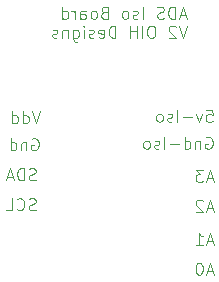
<source format=gbr>
%TF.GenerationSoftware,KiCad,Pcbnew,9.0.3*%
%TF.CreationDate,2026-01-02T19:57:45-06:00*%
%TF.ProjectId,IsolatedADSandVoltmeterPCB,49736f6c-6174-4656-9441-4453616e6456,rev?*%
%TF.SameCoordinates,Original*%
%TF.FileFunction,Legend,Bot*%
%TF.FilePolarity,Positive*%
%FSLAX46Y46*%
G04 Gerber Fmt 4.6, Leading zero omitted, Abs format (unit mm)*
G04 Created by KiCad (PCBNEW 9.0.3) date 2026-01-02 19:57:45*
%MOMM*%
%LPD*%
G01*
G04 APERTURE LIST*
%ADD10C,0.100000*%
G04 APERTURE END LIST*
D10*
X130807734Y-57482800D02*
X130664877Y-57530419D01*
X130664877Y-57530419D02*
X130426782Y-57530419D01*
X130426782Y-57530419D02*
X130331544Y-57482800D01*
X130331544Y-57482800D02*
X130283925Y-57435180D01*
X130283925Y-57435180D02*
X130236306Y-57339942D01*
X130236306Y-57339942D02*
X130236306Y-57244704D01*
X130236306Y-57244704D02*
X130283925Y-57149466D01*
X130283925Y-57149466D02*
X130331544Y-57101847D01*
X130331544Y-57101847D02*
X130426782Y-57054228D01*
X130426782Y-57054228D02*
X130617258Y-57006609D01*
X130617258Y-57006609D02*
X130712496Y-56958990D01*
X130712496Y-56958990D02*
X130760115Y-56911371D01*
X130760115Y-56911371D02*
X130807734Y-56816133D01*
X130807734Y-56816133D02*
X130807734Y-56720895D01*
X130807734Y-56720895D02*
X130760115Y-56625657D01*
X130760115Y-56625657D02*
X130712496Y-56578038D01*
X130712496Y-56578038D02*
X130617258Y-56530419D01*
X130617258Y-56530419D02*
X130379163Y-56530419D01*
X130379163Y-56530419D02*
X130236306Y-56578038D01*
X129807734Y-57530419D02*
X129807734Y-56530419D01*
X129807734Y-56530419D02*
X129569639Y-56530419D01*
X129569639Y-56530419D02*
X129426782Y-56578038D01*
X129426782Y-56578038D02*
X129331544Y-56673276D01*
X129331544Y-56673276D02*
X129283925Y-56768514D01*
X129283925Y-56768514D02*
X129236306Y-56958990D01*
X129236306Y-56958990D02*
X129236306Y-57101847D01*
X129236306Y-57101847D02*
X129283925Y-57292323D01*
X129283925Y-57292323D02*
X129331544Y-57387561D01*
X129331544Y-57387561D02*
X129426782Y-57482800D01*
X129426782Y-57482800D02*
X129569639Y-57530419D01*
X129569639Y-57530419D02*
X129807734Y-57530419D01*
X128855353Y-57244704D02*
X128379163Y-57244704D01*
X128950591Y-57530419D02*
X128617258Y-56530419D01*
X128617258Y-56530419D02*
X128283925Y-57530419D01*
X145793734Y-62705704D02*
X145317544Y-62705704D01*
X145888972Y-62991419D02*
X145555639Y-61991419D01*
X145555639Y-61991419D02*
X145222306Y-62991419D01*
X144365163Y-62991419D02*
X144936591Y-62991419D01*
X144650877Y-62991419D02*
X144650877Y-61991419D01*
X144650877Y-61991419D02*
X144746115Y-62134276D01*
X144746115Y-62134276D02*
X144841353Y-62229514D01*
X144841353Y-62229514D02*
X144936591Y-62277133D01*
X145793734Y-57371704D02*
X145317544Y-57371704D01*
X145888972Y-57657419D02*
X145555639Y-56657419D01*
X145555639Y-56657419D02*
X145222306Y-57657419D01*
X144984210Y-56657419D02*
X144365163Y-56657419D01*
X144365163Y-56657419D02*
X144698496Y-57038371D01*
X144698496Y-57038371D02*
X144555639Y-57038371D01*
X144555639Y-57038371D02*
X144460401Y-57085990D01*
X144460401Y-57085990D02*
X144412782Y-57133609D01*
X144412782Y-57133609D02*
X144365163Y-57228847D01*
X144365163Y-57228847D02*
X144365163Y-57466942D01*
X144365163Y-57466942D02*
X144412782Y-57562180D01*
X144412782Y-57562180D02*
X144460401Y-57609800D01*
X144460401Y-57609800D02*
X144555639Y-57657419D01*
X144555639Y-57657419D02*
X144841353Y-57657419D01*
X144841353Y-57657419D02*
X144936591Y-57609800D01*
X144936591Y-57609800D02*
X144984210Y-57562180D01*
X143507734Y-43569760D02*
X143031544Y-43569760D01*
X143602972Y-43855475D02*
X143269639Y-42855475D01*
X143269639Y-42855475D02*
X142936306Y-43855475D01*
X142602972Y-43855475D02*
X142602972Y-42855475D01*
X142602972Y-42855475D02*
X142364877Y-42855475D01*
X142364877Y-42855475D02*
X142222020Y-42903094D01*
X142222020Y-42903094D02*
X142126782Y-42998332D01*
X142126782Y-42998332D02*
X142079163Y-43093570D01*
X142079163Y-43093570D02*
X142031544Y-43284046D01*
X142031544Y-43284046D02*
X142031544Y-43426903D01*
X142031544Y-43426903D02*
X142079163Y-43617379D01*
X142079163Y-43617379D02*
X142126782Y-43712617D01*
X142126782Y-43712617D02*
X142222020Y-43807856D01*
X142222020Y-43807856D02*
X142364877Y-43855475D01*
X142364877Y-43855475D02*
X142602972Y-43855475D01*
X141650591Y-43807856D02*
X141507734Y-43855475D01*
X141507734Y-43855475D02*
X141269639Y-43855475D01*
X141269639Y-43855475D02*
X141174401Y-43807856D01*
X141174401Y-43807856D02*
X141126782Y-43760236D01*
X141126782Y-43760236D02*
X141079163Y-43664998D01*
X141079163Y-43664998D02*
X141079163Y-43569760D01*
X141079163Y-43569760D02*
X141126782Y-43474522D01*
X141126782Y-43474522D02*
X141174401Y-43426903D01*
X141174401Y-43426903D02*
X141269639Y-43379284D01*
X141269639Y-43379284D02*
X141460115Y-43331665D01*
X141460115Y-43331665D02*
X141555353Y-43284046D01*
X141555353Y-43284046D02*
X141602972Y-43236427D01*
X141602972Y-43236427D02*
X141650591Y-43141189D01*
X141650591Y-43141189D02*
X141650591Y-43045951D01*
X141650591Y-43045951D02*
X141602972Y-42950713D01*
X141602972Y-42950713D02*
X141555353Y-42903094D01*
X141555353Y-42903094D02*
X141460115Y-42855475D01*
X141460115Y-42855475D02*
X141222020Y-42855475D01*
X141222020Y-42855475D02*
X141079163Y-42903094D01*
X139888686Y-43855475D02*
X139888686Y-42855475D01*
X139460115Y-43807856D02*
X139364877Y-43855475D01*
X139364877Y-43855475D02*
X139174401Y-43855475D01*
X139174401Y-43855475D02*
X139079163Y-43807856D01*
X139079163Y-43807856D02*
X139031544Y-43712617D01*
X139031544Y-43712617D02*
X139031544Y-43664998D01*
X139031544Y-43664998D02*
X139079163Y-43569760D01*
X139079163Y-43569760D02*
X139174401Y-43522141D01*
X139174401Y-43522141D02*
X139317258Y-43522141D01*
X139317258Y-43522141D02*
X139412496Y-43474522D01*
X139412496Y-43474522D02*
X139460115Y-43379284D01*
X139460115Y-43379284D02*
X139460115Y-43331665D01*
X139460115Y-43331665D02*
X139412496Y-43236427D01*
X139412496Y-43236427D02*
X139317258Y-43188808D01*
X139317258Y-43188808D02*
X139174401Y-43188808D01*
X139174401Y-43188808D02*
X139079163Y-43236427D01*
X138460115Y-43855475D02*
X138555353Y-43807856D01*
X138555353Y-43807856D02*
X138602972Y-43760236D01*
X138602972Y-43760236D02*
X138650591Y-43664998D01*
X138650591Y-43664998D02*
X138650591Y-43379284D01*
X138650591Y-43379284D02*
X138602972Y-43284046D01*
X138602972Y-43284046D02*
X138555353Y-43236427D01*
X138555353Y-43236427D02*
X138460115Y-43188808D01*
X138460115Y-43188808D02*
X138317258Y-43188808D01*
X138317258Y-43188808D02*
X138222020Y-43236427D01*
X138222020Y-43236427D02*
X138174401Y-43284046D01*
X138174401Y-43284046D02*
X138126782Y-43379284D01*
X138126782Y-43379284D02*
X138126782Y-43664998D01*
X138126782Y-43664998D02*
X138174401Y-43760236D01*
X138174401Y-43760236D02*
X138222020Y-43807856D01*
X138222020Y-43807856D02*
X138317258Y-43855475D01*
X138317258Y-43855475D02*
X138460115Y-43855475D01*
X136602972Y-43331665D02*
X136460115Y-43379284D01*
X136460115Y-43379284D02*
X136412496Y-43426903D01*
X136412496Y-43426903D02*
X136364877Y-43522141D01*
X136364877Y-43522141D02*
X136364877Y-43664998D01*
X136364877Y-43664998D02*
X136412496Y-43760236D01*
X136412496Y-43760236D02*
X136460115Y-43807856D01*
X136460115Y-43807856D02*
X136555353Y-43855475D01*
X136555353Y-43855475D02*
X136936305Y-43855475D01*
X136936305Y-43855475D02*
X136936305Y-42855475D01*
X136936305Y-42855475D02*
X136602972Y-42855475D01*
X136602972Y-42855475D02*
X136507734Y-42903094D01*
X136507734Y-42903094D02*
X136460115Y-42950713D01*
X136460115Y-42950713D02*
X136412496Y-43045951D01*
X136412496Y-43045951D02*
X136412496Y-43141189D01*
X136412496Y-43141189D02*
X136460115Y-43236427D01*
X136460115Y-43236427D02*
X136507734Y-43284046D01*
X136507734Y-43284046D02*
X136602972Y-43331665D01*
X136602972Y-43331665D02*
X136936305Y-43331665D01*
X135793448Y-43855475D02*
X135888686Y-43807856D01*
X135888686Y-43807856D02*
X135936305Y-43760236D01*
X135936305Y-43760236D02*
X135983924Y-43664998D01*
X135983924Y-43664998D02*
X135983924Y-43379284D01*
X135983924Y-43379284D02*
X135936305Y-43284046D01*
X135936305Y-43284046D02*
X135888686Y-43236427D01*
X135888686Y-43236427D02*
X135793448Y-43188808D01*
X135793448Y-43188808D02*
X135650591Y-43188808D01*
X135650591Y-43188808D02*
X135555353Y-43236427D01*
X135555353Y-43236427D02*
X135507734Y-43284046D01*
X135507734Y-43284046D02*
X135460115Y-43379284D01*
X135460115Y-43379284D02*
X135460115Y-43664998D01*
X135460115Y-43664998D02*
X135507734Y-43760236D01*
X135507734Y-43760236D02*
X135555353Y-43807856D01*
X135555353Y-43807856D02*
X135650591Y-43855475D01*
X135650591Y-43855475D02*
X135793448Y-43855475D01*
X134602972Y-43855475D02*
X134602972Y-43331665D01*
X134602972Y-43331665D02*
X134650591Y-43236427D01*
X134650591Y-43236427D02*
X134745829Y-43188808D01*
X134745829Y-43188808D02*
X134936305Y-43188808D01*
X134936305Y-43188808D02*
X135031543Y-43236427D01*
X134602972Y-43807856D02*
X134698210Y-43855475D01*
X134698210Y-43855475D02*
X134936305Y-43855475D01*
X134936305Y-43855475D02*
X135031543Y-43807856D01*
X135031543Y-43807856D02*
X135079162Y-43712617D01*
X135079162Y-43712617D02*
X135079162Y-43617379D01*
X135079162Y-43617379D02*
X135031543Y-43522141D01*
X135031543Y-43522141D02*
X134936305Y-43474522D01*
X134936305Y-43474522D02*
X134698210Y-43474522D01*
X134698210Y-43474522D02*
X134602972Y-43426903D01*
X134126781Y-43855475D02*
X134126781Y-43188808D01*
X134126781Y-43379284D02*
X134079162Y-43284046D01*
X134079162Y-43284046D02*
X134031543Y-43236427D01*
X134031543Y-43236427D02*
X133936305Y-43188808D01*
X133936305Y-43188808D02*
X133841067Y-43188808D01*
X133079162Y-43855475D02*
X133079162Y-42855475D01*
X133079162Y-43807856D02*
X133174400Y-43855475D01*
X133174400Y-43855475D02*
X133364876Y-43855475D01*
X133364876Y-43855475D02*
X133460114Y-43807856D01*
X133460114Y-43807856D02*
X133507733Y-43760236D01*
X133507733Y-43760236D02*
X133555352Y-43664998D01*
X133555352Y-43664998D02*
X133555352Y-43379284D01*
X133555352Y-43379284D02*
X133507733Y-43284046D01*
X133507733Y-43284046D02*
X133460114Y-43236427D01*
X133460114Y-43236427D02*
X133364876Y-43188808D01*
X133364876Y-43188808D02*
X133174400Y-43188808D01*
X133174400Y-43188808D02*
X133079162Y-43236427D01*
X143602972Y-44465419D02*
X143269639Y-45465419D01*
X143269639Y-45465419D02*
X142936306Y-44465419D01*
X142650591Y-44560657D02*
X142602972Y-44513038D01*
X142602972Y-44513038D02*
X142507734Y-44465419D01*
X142507734Y-44465419D02*
X142269639Y-44465419D01*
X142269639Y-44465419D02*
X142174401Y-44513038D01*
X142174401Y-44513038D02*
X142126782Y-44560657D01*
X142126782Y-44560657D02*
X142079163Y-44655895D01*
X142079163Y-44655895D02*
X142079163Y-44751133D01*
X142079163Y-44751133D02*
X142126782Y-44893990D01*
X142126782Y-44893990D02*
X142698210Y-45465419D01*
X142698210Y-45465419D02*
X142079163Y-45465419D01*
X140698210Y-44465419D02*
X140507734Y-44465419D01*
X140507734Y-44465419D02*
X140412496Y-44513038D01*
X140412496Y-44513038D02*
X140317258Y-44608276D01*
X140317258Y-44608276D02*
X140269639Y-44798752D01*
X140269639Y-44798752D02*
X140269639Y-45132085D01*
X140269639Y-45132085D02*
X140317258Y-45322561D01*
X140317258Y-45322561D02*
X140412496Y-45417800D01*
X140412496Y-45417800D02*
X140507734Y-45465419D01*
X140507734Y-45465419D02*
X140698210Y-45465419D01*
X140698210Y-45465419D02*
X140793448Y-45417800D01*
X140793448Y-45417800D02*
X140888686Y-45322561D01*
X140888686Y-45322561D02*
X140936305Y-45132085D01*
X140936305Y-45132085D02*
X140936305Y-44798752D01*
X140936305Y-44798752D02*
X140888686Y-44608276D01*
X140888686Y-44608276D02*
X140793448Y-44513038D01*
X140793448Y-44513038D02*
X140698210Y-44465419D01*
X139841067Y-45465419D02*
X139841067Y-44465419D01*
X139364877Y-45465419D02*
X139364877Y-44465419D01*
X139364877Y-44941609D02*
X138793449Y-44941609D01*
X138793449Y-45465419D02*
X138793449Y-44465419D01*
X137555353Y-45465419D02*
X137555353Y-44465419D01*
X137555353Y-44465419D02*
X137317258Y-44465419D01*
X137317258Y-44465419D02*
X137174401Y-44513038D01*
X137174401Y-44513038D02*
X137079163Y-44608276D01*
X137079163Y-44608276D02*
X137031544Y-44703514D01*
X137031544Y-44703514D02*
X136983925Y-44893990D01*
X136983925Y-44893990D02*
X136983925Y-45036847D01*
X136983925Y-45036847D02*
X137031544Y-45227323D01*
X137031544Y-45227323D02*
X137079163Y-45322561D01*
X137079163Y-45322561D02*
X137174401Y-45417800D01*
X137174401Y-45417800D02*
X137317258Y-45465419D01*
X137317258Y-45465419D02*
X137555353Y-45465419D01*
X136174401Y-45417800D02*
X136269639Y-45465419D01*
X136269639Y-45465419D02*
X136460115Y-45465419D01*
X136460115Y-45465419D02*
X136555353Y-45417800D01*
X136555353Y-45417800D02*
X136602972Y-45322561D01*
X136602972Y-45322561D02*
X136602972Y-44941609D01*
X136602972Y-44941609D02*
X136555353Y-44846371D01*
X136555353Y-44846371D02*
X136460115Y-44798752D01*
X136460115Y-44798752D02*
X136269639Y-44798752D01*
X136269639Y-44798752D02*
X136174401Y-44846371D01*
X136174401Y-44846371D02*
X136126782Y-44941609D01*
X136126782Y-44941609D02*
X136126782Y-45036847D01*
X136126782Y-45036847D02*
X136602972Y-45132085D01*
X135745829Y-45417800D02*
X135650591Y-45465419D01*
X135650591Y-45465419D02*
X135460115Y-45465419D01*
X135460115Y-45465419D02*
X135364877Y-45417800D01*
X135364877Y-45417800D02*
X135317258Y-45322561D01*
X135317258Y-45322561D02*
X135317258Y-45274942D01*
X135317258Y-45274942D02*
X135364877Y-45179704D01*
X135364877Y-45179704D02*
X135460115Y-45132085D01*
X135460115Y-45132085D02*
X135602972Y-45132085D01*
X135602972Y-45132085D02*
X135698210Y-45084466D01*
X135698210Y-45084466D02*
X135745829Y-44989228D01*
X135745829Y-44989228D02*
X135745829Y-44941609D01*
X135745829Y-44941609D02*
X135698210Y-44846371D01*
X135698210Y-44846371D02*
X135602972Y-44798752D01*
X135602972Y-44798752D02*
X135460115Y-44798752D01*
X135460115Y-44798752D02*
X135364877Y-44846371D01*
X134888686Y-45465419D02*
X134888686Y-44798752D01*
X134888686Y-44465419D02*
X134936305Y-44513038D01*
X134936305Y-44513038D02*
X134888686Y-44560657D01*
X134888686Y-44560657D02*
X134841067Y-44513038D01*
X134841067Y-44513038D02*
X134888686Y-44465419D01*
X134888686Y-44465419D02*
X134888686Y-44560657D01*
X133983925Y-44798752D02*
X133983925Y-45608276D01*
X133983925Y-45608276D02*
X134031544Y-45703514D01*
X134031544Y-45703514D02*
X134079163Y-45751133D01*
X134079163Y-45751133D02*
X134174401Y-45798752D01*
X134174401Y-45798752D02*
X134317258Y-45798752D01*
X134317258Y-45798752D02*
X134412496Y-45751133D01*
X133983925Y-45417800D02*
X134079163Y-45465419D01*
X134079163Y-45465419D02*
X134269639Y-45465419D01*
X134269639Y-45465419D02*
X134364877Y-45417800D01*
X134364877Y-45417800D02*
X134412496Y-45370180D01*
X134412496Y-45370180D02*
X134460115Y-45274942D01*
X134460115Y-45274942D02*
X134460115Y-44989228D01*
X134460115Y-44989228D02*
X134412496Y-44893990D01*
X134412496Y-44893990D02*
X134364877Y-44846371D01*
X134364877Y-44846371D02*
X134269639Y-44798752D01*
X134269639Y-44798752D02*
X134079163Y-44798752D01*
X134079163Y-44798752D02*
X133983925Y-44846371D01*
X133507734Y-44798752D02*
X133507734Y-45465419D01*
X133507734Y-44893990D02*
X133460115Y-44846371D01*
X133460115Y-44846371D02*
X133364877Y-44798752D01*
X133364877Y-44798752D02*
X133222020Y-44798752D01*
X133222020Y-44798752D02*
X133126782Y-44846371D01*
X133126782Y-44846371D02*
X133079163Y-44941609D01*
X133079163Y-44941609D02*
X133079163Y-45465419D01*
X132650591Y-45417800D02*
X132555353Y-45465419D01*
X132555353Y-45465419D02*
X132364877Y-45465419D01*
X132364877Y-45465419D02*
X132269639Y-45417800D01*
X132269639Y-45417800D02*
X132222020Y-45322561D01*
X132222020Y-45322561D02*
X132222020Y-45274942D01*
X132222020Y-45274942D02*
X132269639Y-45179704D01*
X132269639Y-45179704D02*
X132364877Y-45132085D01*
X132364877Y-45132085D02*
X132507734Y-45132085D01*
X132507734Y-45132085D02*
X132602972Y-45084466D01*
X132602972Y-45084466D02*
X132650591Y-44989228D01*
X132650591Y-44989228D02*
X132650591Y-44941609D01*
X132650591Y-44941609D02*
X132602972Y-44846371D01*
X132602972Y-44846371D02*
X132507734Y-44798752D01*
X132507734Y-44798752D02*
X132364877Y-44798752D01*
X132364877Y-44798752D02*
X132269639Y-44846371D01*
X145222306Y-53911038D02*
X145317544Y-53863419D01*
X145317544Y-53863419D02*
X145460401Y-53863419D01*
X145460401Y-53863419D02*
X145603258Y-53911038D01*
X145603258Y-53911038D02*
X145698496Y-54006276D01*
X145698496Y-54006276D02*
X145746115Y-54101514D01*
X145746115Y-54101514D02*
X145793734Y-54291990D01*
X145793734Y-54291990D02*
X145793734Y-54434847D01*
X145793734Y-54434847D02*
X145746115Y-54625323D01*
X145746115Y-54625323D02*
X145698496Y-54720561D01*
X145698496Y-54720561D02*
X145603258Y-54815800D01*
X145603258Y-54815800D02*
X145460401Y-54863419D01*
X145460401Y-54863419D02*
X145365163Y-54863419D01*
X145365163Y-54863419D02*
X145222306Y-54815800D01*
X145222306Y-54815800D02*
X145174687Y-54768180D01*
X145174687Y-54768180D02*
X145174687Y-54434847D01*
X145174687Y-54434847D02*
X145365163Y-54434847D01*
X144746115Y-54196752D02*
X144746115Y-54863419D01*
X144746115Y-54291990D02*
X144698496Y-54244371D01*
X144698496Y-54244371D02*
X144603258Y-54196752D01*
X144603258Y-54196752D02*
X144460401Y-54196752D01*
X144460401Y-54196752D02*
X144365163Y-54244371D01*
X144365163Y-54244371D02*
X144317544Y-54339609D01*
X144317544Y-54339609D02*
X144317544Y-54863419D01*
X143412782Y-54863419D02*
X143412782Y-53863419D01*
X143412782Y-54815800D02*
X143508020Y-54863419D01*
X143508020Y-54863419D02*
X143698496Y-54863419D01*
X143698496Y-54863419D02*
X143793734Y-54815800D01*
X143793734Y-54815800D02*
X143841353Y-54768180D01*
X143841353Y-54768180D02*
X143888972Y-54672942D01*
X143888972Y-54672942D02*
X143888972Y-54387228D01*
X143888972Y-54387228D02*
X143841353Y-54291990D01*
X143841353Y-54291990D02*
X143793734Y-54244371D01*
X143793734Y-54244371D02*
X143698496Y-54196752D01*
X143698496Y-54196752D02*
X143508020Y-54196752D01*
X143508020Y-54196752D02*
X143412782Y-54244371D01*
X142936591Y-54482466D02*
X142174687Y-54482466D01*
X141698496Y-54863419D02*
X141698496Y-53863419D01*
X141269925Y-54815800D02*
X141174687Y-54863419D01*
X141174687Y-54863419D02*
X140984211Y-54863419D01*
X140984211Y-54863419D02*
X140888973Y-54815800D01*
X140888973Y-54815800D02*
X140841354Y-54720561D01*
X140841354Y-54720561D02*
X140841354Y-54672942D01*
X140841354Y-54672942D02*
X140888973Y-54577704D01*
X140888973Y-54577704D02*
X140984211Y-54530085D01*
X140984211Y-54530085D02*
X141127068Y-54530085D01*
X141127068Y-54530085D02*
X141222306Y-54482466D01*
X141222306Y-54482466D02*
X141269925Y-54387228D01*
X141269925Y-54387228D02*
X141269925Y-54339609D01*
X141269925Y-54339609D02*
X141222306Y-54244371D01*
X141222306Y-54244371D02*
X141127068Y-54196752D01*
X141127068Y-54196752D02*
X140984211Y-54196752D01*
X140984211Y-54196752D02*
X140888973Y-54244371D01*
X140269925Y-54863419D02*
X140365163Y-54815800D01*
X140365163Y-54815800D02*
X140412782Y-54768180D01*
X140412782Y-54768180D02*
X140460401Y-54672942D01*
X140460401Y-54672942D02*
X140460401Y-54387228D01*
X140460401Y-54387228D02*
X140412782Y-54291990D01*
X140412782Y-54291990D02*
X140365163Y-54244371D01*
X140365163Y-54244371D02*
X140269925Y-54196752D01*
X140269925Y-54196752D02*
X140127068Y-54196752D01*
X140127068Y-54196752D02*
X140031830Y-54244371D01*
X140031830Y-54244371D02*
X139984211Y-54291990D01*
X139984211Y-54291990D02*
X139936592Y-54387228D01*
X139936592Y-54387228D02*
X139936592Y-54672942D01*
X139936592Y-54672942D02*
X139984211Y-54768180D01*
X139984211Y-54768180D02*
X140031830Y-54815800D01*
X140031830Y-54815800D02*
X140127068Y-54863419D01*
X140127068Y-54863419D02*
X140269925Y-54863419D01*
X130807734Y-60022800D02*
X130664877Y-60070419D01*
X130664877Y-60070419D02*
X130426782Y-60070419D01*
X130426782Y-60070419D02*
X130331544Y-60022800D01*
X130331544Y-60022800D02*
X130283925Y-59975180D01*
X130283925Y-59975180D02*
X130236306Y-59879942D01*
X130236306Y-59879942D02*
X130236306Y-59784704D01*
X130236306Y-59784704D02*
X130283925Y-59689466D01*
X130283925Y-59689466D02*
X130331544Y-59641847D01*
X130331544Y-59641847D02*
X130426782Y-59594228D01*
X130426782Y-59594228D02*
X130617258Y-59546609D01*
X130617258Y-59546609D02*
X130712496Y-59498990D01*
X130712496Y-59498990D02*
X130760115Y-59451371D01*
X130760115Y-59451371D02*
X130807734Y-59356133D01*
X130807734Y-59356133D02*
X130807734Y-59260895D01*
X130807734Y-59260895D02*
X130760115Y-59165657D01*
X130760115Y-59165657D02*
X130712496Y-59118038D01*
X130712496Y-59118038D02*
X130617258Y-59070419D01*
X130617258Y-59070419D02*
X130379163Y-59070419D01*
X130379163Y-59070419D02*
X130236306Y-59118038D01*
X129236306Y-59975180D02*
X129283925Y-60022800D01*
X129283925Y-60022800D02*
X129426782Y-60070419D01*
X129426782Y-60070419D02*
X129522020Y-60070419D01*
X129522020Y-60070419D02*
X129664877Y-60022800D01*
X129664877Y-60022800D02*
X129760115Y-59927561D01*
X129760115Y-59927561D02*
X129807734Y-59832323D01*
X129807734Y-59832323D02*
X129855353Y-59641847D01*
X129855353Y-59641847D02*
X129855353Y-59498990D01*
X129855353Y-59498990D02*
X129807734Y-59308514D01*
X129807734Y-59308514D02*
X129760115Y-59213276D01*
X129760115Y-59213276D02*
X129664877Y-59118038D01*
X129664877Y-59118038D02*
X129522020Y-59070419D01*
X129522020Y-59070419D02*
X129426782Y-59070419D01*
X129426782Y-59070419D02*
X129283925Y-59118038D01*
X129283925Y-59118038D02*
X129236306Y-59165657D01*
X128331544Y-60070419D02*
X128807734Y-60070419D01*
X128807734Y-60070419D02*
X128807734Y-59070419D01*
X145269925Y-51577419D02*
X145746115Y-51577419D01*
X145746115Y-51577419D02*
X145793734Y-52053609D01*
X145793734Y-52053609D02*
X145746115Y-52005990D01*
X145746115Y-52005990D02*
X145650877Y-51958371D01*
X145650877Y-51958371D02*
X145412782Y-51958371D01*
X145412782Y-51958371D02*
X145317544Y-52005990D01*
X145317544Y-52005990D02*
X145269925Y-52053609D01*
X145269925Y-52053609D02*
X145222306Y-52148847D01*
X145222306Y-52148847D02*
X145222306Y-52386942D01*
X145222306Y-52386942D02*
X145269925Y-52482180D01*
X145269925Y-52482180D02*
X145317544Y-52529800D01*
X145317544Y-52529800D02*
X145412782Y-52577419D01*
X145412782Y-52577419D02*
X145650877Y-52577419D01*
X145650877Y-52577419D02*
X145746115Y-52529800D01*
X145746115Y-52529800D02*
X145793734Y-52482180D01*
X144888972Y-51910752D02*
X144650877Y-52577419D01*
X144650877Y-52577419D02*
X144412782Y-51910752D01*
X144031829Y-52196466D02*
X143269925Y-52196466D01*
X142793734Y-52577419D02*
X142793734Y-51577419D01*
X142365163Y-52529800D02*
X142269925Y-52577419D01*
X142269925Y-52577419D02*
X142079449Y-52577419D01*
X142079449Y-52577419D02*
X141984211Y-52529800D01*
X141984211Y-52529800D02*
X141936592Y-52434561D01*
X141936592Y-52434561D02*
X141936592Y-52386942D01*
X141936592Y-52386942D02*
X141984211Y-52291704D01*
X141984211Y-52291704D02*
X142079449Y-52244085D01*
X142079449Y-52244085D02*
X142222306Y-52244085D01*
X142222306Y-52244085D02*
X142317544Y-52196466D01*
X142317544Y-52196466D02*
X142365163Y-52101228D01*
X142365163Y-52101228D02*
X142365163Y-52053609D01*
X142365163Y-52053609D02*
X142317544Y-51958371D01*
X142317544Y-51958371D02*
X142222306Y-51910752D01*
X142222306Y-51910752D02*
X142079449Y-51910752D01*
X142079449Y-51910752D02*
X141984211Y-51958371D01*
X141365163Y-52577419D02*
X141460401Y-52529800D01*
X141460401Y-52529800D02*
X141508020Y-52482180D01*
X141508020Y-52482180D02*
X141555639Y-52386942D01*
X141555639Y-52386942D02*
X141555639Y-52101228D01*
X141555639Y-52101228D02*
X141508020Y-52005990D01*
X141508020Y-52005990D02*
X141460401Y-51958371D01*
X141460401Y-51958371D02*
X141365163Y-51910752D01*
X141365163Y-51910752D02*
X141222306Y-51910752D01*
X141222306Y-51910752D02*
X141127068Y-51958371D01*
X141127068Y-51958371D02*
X141079449Y-52005990D01*
X141079449Y-52005990D02*
X141031830Y-52101228D01*
X141031830Y-52101228D02*
X141031830Y-52386942D01*
X141031830Y-52386942D02*
X141079449Y-52482180D01*
X141079449Y-52482180D02*
X141127068Y-52529800D01*
X141127068Y-52529800D02*
X141222306Y-52577419D01*
X141222306Y-52577419D02*
X141365163Y-52577419D01*
X145793734Y-59911704D02*
X145317544Y-59911704D01*
X145888972Y-60197419D02*
X145555639Y-59197419D01*
X145555639Y-59197419D02*
X145222306Y-60197419D01*
X144936591Y-59292657D02*
X144888972Y-59245038D01*
X144888972Y-59245038D02*
X144793734Y-59197419D01*
X144793734Y-59197419D02*
X144555639Y-59197419D01*
X144555639Y-59197419D02*
X144460401Y-59245038D01*
X144460401Y-59245038D02*
X144412782Y-59292657D01*
X144412782Y-59292657D02*
X144365163Y-59387895D01*
X144365163Y-59387895D02*
X144365163Y-59483133D01*
X144365163Y-59483133D02*
X144412782Y-59625990D01*
X144412782Y-59625990D02*
X144984210Y-60197419D01*
X144984210Y-60197419D02*
X144365163Y-60197419D01*
X131156972Y-51704419D02*
X130823639Y-52704419D01*
X130823639Y-52704419D02*
X130490306Y-51704419D01*
X129728401Y-52704419D02*
X129728401Y-51704419D01*
X129728401Y-52656800D02*
X129823639Y-52704419D01*
X129823639Y-52704419D02*
X130014115Y-52704419D01*
X130014115Y-52704419D02*
X130109353Y-52656800D01*
X130109353Y-52656800D02*
X130156972Y-52609180D01*
X130156972Y-52609180D02*
X130204591Y-52513942D01*
X130204591Y-52513942D02*
X130204591Y-52228228D01*
X130204591Y-52228228D02*
X130156972Y-52132990D01*
X130156972Y-52132990D02*
X130109353Y-52085371D01*
X130109353Y-52085371D02*
X130014115Y-52037752D01*
X130014115Y-52037752D02*
X129823639Y-52037752D01*
X129823639Y-52037752D02*
X129728401Y-52085371D01*
X128823639Y-52704419D02*
X128823639Y-51704419D01*
X128823639Y-52656800D02*
X128918877Y-52704419D01*
X128918877Y-52704419D02*
X129109353Y-52704419D01*
X129109353Y-52704419D02*
X129204591Y-52656800D01*
X129204591Y-52656800D02*
X129252210Y-52609180D01*
X129252210Y-52609180D02*
X129299829Y-52513942D01*
X129299829Y-52513942D02*
X129299829Y-52228228D01*
X129299829Y-52228228D02*
X129252210Y-52132990D01*
X129252210Y-52132990D02*
X129204591Y-52085371D01*
X129204591Y-52085371D02*
X129109353Y-52037752D01*
X129109353Y-52037752D02*
X128918877Y-52037752D01*
X128918877Y-52037752D02*
X128823639Y-52085371D01*
X145793734Y-65245704D02*
X145317544Y-65245704D01*
X145888972Y-65531419D02*
X145555639Y-64531419D01*
X145555639Y-64531419D02*
X145222306Y-65531419D01*
X144698496Y-64531419D02*
X144603258Y-64531419D01*
X144603258Y-64531419D02*
X144508020Y-64579038D01*
X144508020Y-64579038D02*
X144460401Y-64626657D01*
X144460401Y-64626657D02*
X144412782Y-64721895D01*
X144412782Y-64721895D02*
X144365163Y-64912371D01*
X144365163Y-64912371D02*
X144365163Y-65150466D01*
X144365163Y-65150466D02*
X144412782Y-65340942D01*
X144412782Y-65340942D02*
X144460401Y-65436180D01*
X144460401Y-65436180D02*
X144508020Y-65483800D01*
X144508020Y-65483800D02*
X144603258Y-65531419D01*
X144603258Y-65531419D02*
X144698496Y-65531419D01*
X144698496Y-65531419D02*
X144793734Y-65483800D01*
X144793734Y-65483800D02*
X144841353Y-65436180D01*
X144841353Y-65436180D02*
X144888972Y-65340942D01*
X144888972Y-65340942D02*
X144936591Y-65150466D01*
X144936591Y-65150466D02*
X144936591Y-64912371D01*
X144936591Y-64912371D02*
X144888972Y-64721895D01*
X144888972Y-64721895D02*
X144841353Y-64626657D01*
X144841353Y-64626657D02*
X144793734Y-64579038D01*
X144793734Y-64579038D02*
X144698496Y-64531419D01*
X130490306Y-54038038D02*
X130585544Y-53990419D01*
X130585544Y-53990419D02*
X130728401Y-53990419D01*
X130728401Y-53990419D02*
X130871258Y-54038038D01*
X130871258Y-54038038D02*
X130966496Y-54133276D01*
X130966496Y-54133276D02*
X131014115Y-54228514D01*
X131014115Y-54228514D02*
X131061734Y-54418990D01*
X131061734Y-54418990D02*
X131061734Y-54561847D01*
X131061734Y-54561847D02*
X131014115Y-54752323D01*
X131014115Y-54752323D02*
X130966496Y-54847561D01*
X130966496Y-54847561D02*
X130871258Y-54942800D01*
X130871258Y-54942800D02*
X130728401Y-54990419D01*
X130728401Y-54990419D02*
X130633163Y-54990419D01*
X130633163Y-54990419D02*
X130490306Y-54942800D01*
X130490306Y-54942800D02*
X130442687Y-54895180D01*
X130442687Y-54895180D02*
X130442687Y-54561847D01*
X130442687Y-54561847D02*
X130633163Y-54561847D01*
X130014115Y-54323752D02*
X130014115Y-54990419D01*
X130014115Y-54418990D02*
X129966496Y-54371371D01*
X129966496Y-54371371D02*
X129871258Y-54323752D01*
X129871258Y-54323752D02*
X129728401Y-54323752D01*
X129728401Y-54323752D02*
X129633163Y-54371371D01*
X129633163Y-54371371D02*
X129585544Y-54466609D01*
X129585544Y-54466609D02*
X129585544Y-54990419D01*
X128680782Y-54990419D02*
X128680782Y-53990419D01*
X128680782Y-54942800D02*
X128776020Y-54990419D01*
X128776020Y-54990419D02*
X128966496Y-54990419D01*
X128966496Y-54990419D02*
X129061734Y-54942800D01*
X129061734Y-54942800D02*
X129109353Y-54895180D01*
X129109353Y-54895180D02*
X129156972Y-54799942D01*
X129156972Y-54799942D02*
X129156972Y-54514228D01*
X129156972Y-54514228D02*
X129109353Y-54418990D01*
X129109353Y-54418990D02*
X129061734Y-54371371D01*
X129061734Y-54371371D02*
X128966496Y-54323752D01*
X128966496Y-54323752D02*
X128776020Y-54323752D01*
X128776020Y-54323752D02*
X128680782Y-54371371D01*
M02*

</source>
